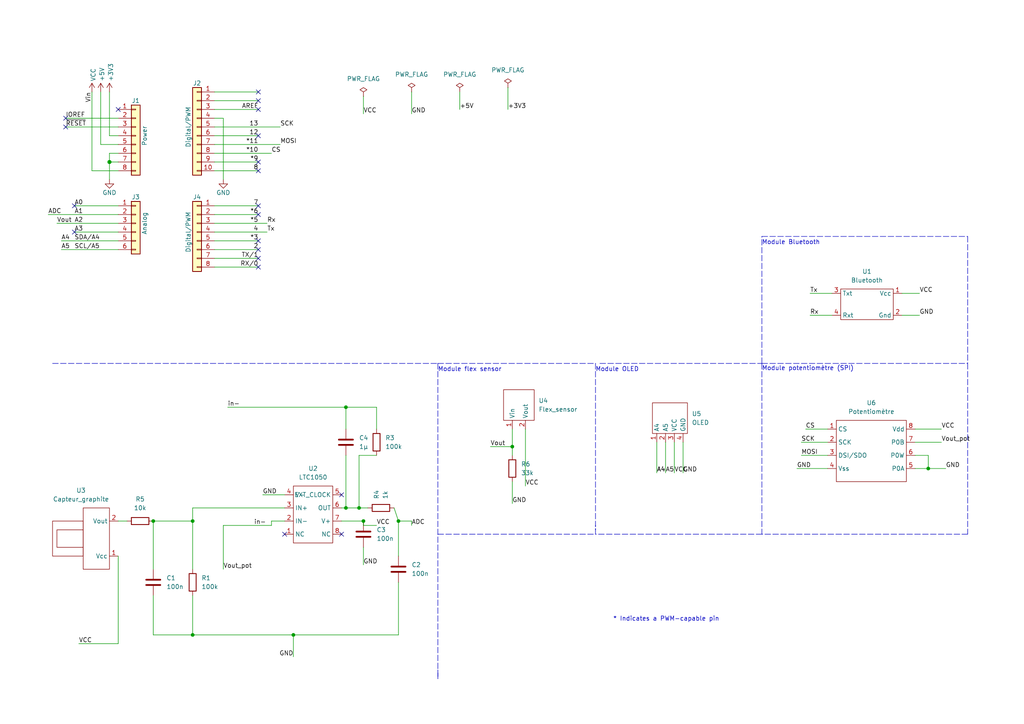
<source format=kicad_sch>
(kicad_sch (version 20211123) (generator eeschema)
  (paper "A4")
  (title_block (title "Projet capteur de test") (date "mar. 31 mars 2015"))
  (lib_symbols
    (symbol "Connector_Generic:Conn_01x06" (pin_names (offset 1.016) hide)
      (property "Reference" "J" (at 0 7.62 0))
      (property "Value" "Conn_01x06" (at 0 -10.16 0))
      (symbol "Conn_01x06_1_1"
        (rectangle (start -1.27 -7.493) (end 0 -7.747) (stroke (width 0.1524)))
        (rectangle (start -1.27 -4.953) (end 0 -5.207) (stroke (width 0.1524)))
        (rectangle (start -1.27 -2.413) (end 0 -2.667) (stroke (width 0.1524)))
        (rectangle (start -1.27 0.127) (end 0 -0.127) (stroke (width 0.1524)))
        (rectangle (start -1.27 2.667) (end 0 2.413) (stroke (width 0.1524)))
        (rectangle (start -1.27 5.207) (end 0 4.953) (stroke (width 0.1524)))
        (rectangle (start -1.27 6.35) (end 1.27 -8.89) (stroke (width 0.254)) (fill (type background)))
        (pin passive line (at -5.08 5.08 0) (length 3.81) (name "Pin_1") (number "1"))
        (pin passive line (at -5.08 2.54 0) (length 3.81) (name "Pin_2") (number "2"))
        (pin passive line (at -5.08 0 0) (length 3.81) (name "Pin_3") (number "3"))
        (pin passive line (at -5.08 -2.54 0) (length 3.81) (name "Pin_4") (number "4"))
        (pin passive line (at -5.08 -5.08 0) (length 3.81) (name "Pin_5") (number "5"))
        (pin passive line (at -5.08 -7.62 0) (length 3.81) (name "Pin_6") (number "6"))
      )
    )
    (symbol "Connector_Generic:Conn_01x08" (pin_names (offset 1.016) hide)
      (property "Reference" "J" (at 0 10.16 0))
      (property "Value" "Conn_01x08" (at 0 -12.7 0))
      (symbol "Conn_01x08_1_1"
        (rectangle (start -1.27 -10.033) (end 0 -10.287) (stroke (width 0.1524)))
        (rectangle (start -1.27 -7.493) (end 0 -7.747) (stroke (width 0.1524)))
        (rectangle (start -1.27 -4.953) (end 0 -5.207) (stroke (width 0.1524)))
        (rectangle (start -1.27 -2.413) (end 0 -2.667) (stroke (width 0.1524)))
        (rectangle (start -1.27 0.127) (end 0 -0.127) (stroke (width 0.1524)))
        (rectangle (start -1.27 2.667) (end 0 2.413) (stroke (width 0.1524)))
        (rectangle (start -1.27 5.207) (end 0 4.953) (stroke (width 0.1524)))
        (rectangle (start -1.27 7.747) (end 0 7.493) (stroke (width 0.1524)))
        (rectangle (start -1.27 8.89) (end 1.27 -11.43) (stroke (width 0.254)) (fill (type background)))
        (pin passive line (at -5.08 7.62 0) (length 3.81) (name "Pin_1") (number "1"))
        (pin passive line (at -5.08 5.08 0) (length 3.81) (name "Pin_2") (number "2"))
        (pin passive line (at -5.08 2.54 0) (length 3.81) (name "Pin_3") (number "3"))
        (pin passive line (at -5.08 0 0) (length 3.81) (name "Pin_4") (number "4"))
        (pin passive line (at -5.08 -2.54 0) (length 3.81) (name "Pin_5") (number "5"))
        (pin passive line (at -5.08 -5.08 0) (length 3.81) (name "Pin_6") (number "6"))
        (pin passive line (at -5.08 -7.62 0) (length 3.81) (name "Pin_7") (number "7"))
        (pin passive line (at -5.08 -10.16 0) (length 3.81) (name "Pin_8") (number "8"))
      )
    )
    (symbol "Connector_Generic:Conn_01x10" (pin_names (offset 1.016) hide)
      (property "Reference" "J" (at 0 12.7 0))
      (property "Value" "Conn_01x10" (at 0 -15.24 0))
      (symbol "Conn_01x10_1_1"
        (rectangle (start -1.27 -12.573) (end 0 -12.827) (stroke (width 0.1524)))
        (rectangle (start -1.27 -10.033) (end 0 -10.287) (stroke (width 0.1524)))
        (rectangle (start -1.27 -7.493) (end 0 -7.747) (stroke (width 0.1524)))
        (rectangle (start -1.27 -4.953) (end 0 -5.207) (stroke (width 0.1524)))
        (rectangle (start -1.27 -2.413) (end 0 -2.667) (stroke (width 0.1524)))
        (rectangle (start -1.27 0.127) (end 0 -0.127) (stroke (width 0.1524)))
        (rectangle (start -1.27 2.667) (end 0 2.413) (stroke (width 0.1524)))
        (rectangle (start -1.27 5.207) (end 0 4.953) (stroke (width 0.1524)))
        (rectangle (start -1.27 7.747) (end 0 7.493) (stroke (width 0.1524)))
        (rectangle (start -1.27 10.287) (end 0 10.033) (stroke (width 0.1524)))
        (rectangle (start -1.27 11.43) (end 1.27 -13.97) (stroke (width 0.254)) (fill (type background)))
        (pin passive line (at -5.08 10.16 0) (length 3.81) (name "Pin_1") (number "1"))
        (pin passive line (at -5.08 -12.7 0) (length 3.81) (name "Pin_10") (number "10"))
        (pin passive line (at -5.08 7.62 0) (length 3.81) (name "Pin_2") (number "2"))
        (pin passive line (at -5.08 5.08 0) (length 3.81) (name "Pin_3") (number "3"))
        (pin passive line (at -5.08 2.54 0) (length 3.81) (name "Pin_4") (number "4"))
        (pin passive line (at -5.08 0 0) (length 3.81) (name "Pin_5") (number "5"))
        (pin passive line (at -5.08 -2.54 0) (length 3.81) (name "Pin_6") (number "6"))
        (pin passive line (at -5.08 -5.08 0) (length 3.81) (name "Pin_7") (number "7"))
        (pin passive line (at -5.08 -7.62 0) (length 3.81) (name "Pin_8") (number "8"))
        (pin passive line (at -5.08 -10.16 0) (length 3.81) (name "Pin_9") (number "9"))
      )
    )
    (symbol "Device:C" (pin_numbers hide) (pin_names (offset 0.254))
      (property "Reference" "C" (at 0.635 2.54 0))
      (property "Value" "C" (at 0.635 -2.54 0))
      (symbol "C_0_1"
        (polyline (pts (xy -2.032 -0.762) (xy 2.032 -0.762)) (stroke (width 0.508)))
        (polyline (pts (xy -2.032 0.762) (xy 2.032 0.762)) (stroke (width 0.508)))
      )
      (symbol "C_1_1"
        (pin passive line (at 0 3.81 270) (length 2.794) (name "~") (number "1"))
        (pin passive line (at 0 -3.81 90) (length 2.794) (name "~") (number "2"))
      )
    )
    (symbol "Device:R" (pin_numbers hide) (pin_names (offset 0))
      (property "Reference" "R" (at 2.032 0 90))
      (property "Value" "R" (at 0 0 90))
      (symbol "R_0_1"
        (rectangle (start -1.016 -2.54) (end 1.016 2.54) (stroke (width 0.254)))
      )
      (symbol "R_1_1"
        (pin passive line (at 0 3.81 270) (length 1.27) (name "~") (number "1"))
        (pin passive line (at 0 -3.81 90) (length 1.27) (name "~") (number "2"))
      )
    )
    (symbol "Librairie_schéma_2:Bluetooth"
      (property "Reference" "U" (at 0 0 0))
      (property "Value" "Bluetooth" (at 0 2.54 0))
      (symbol "Bluetooth_0_1"
        (rectangle (start -7.62 5.08) (end 7.62 -3.81))
      )
      (symbol "Bluetooth_1_1"
        (pin bidirectional line (at 10.16 3.81 180) (length 2.54) (name "Vcc") (number "1"))
        (pin bidirectional line (at 10.16 -2.54 180) (length 2.54) (name "Gnd") (number "2"))
        (pin bidirectional line (at -10.16 3.81 0) (length 2.54) (name "Txt") (number "3"))
        (pin bidirectional line (at -10.16 -2.54 0) (length 2.54) (name "Rxt") (number "4"))
      )
    )
    (symbol "Librairie_schéma_2:Capteur_graphite"
      (property "Reference" "U" (at 0 2.54 0))
      (property "Value" "Capteur_graphite" (at 0 5.08 0))
      (symbol "Capteur_graphite_0_1"
        (rectangle (start -8.89 6.35) (end 8.89 -1.27))
        (rectangle (start -5.08 15.24) (end 5.08 6.35))
        (polyline (pts (xy -2.54 6.35) (xy -2.54 13.97) (xy 2.54 13.97) (xy 2.54 6.35)))
      )
      (symbol "Capteur_graphite_1_1"
        (pin bidirectional line (at -5.08 -3.81 90) (length 2.54) (name "Vcc") (number "1"))
        (pin bidirectional line (at 5.08 -3.81 90) (length 2.54) (name "Vout") (number "2"))
      )
    )
    (symbol "Librairie_schéma_2:Flex_sensor"
      (property "Reference" "U" (at 0 0 0))
      (property "Value" "Flex_sensor" (at 0 3.81 0))
      (symbol "Flex_sensor_0_1"
        (rectangle (start -3.81 2.54) (end 5.08 -6.35))
      )
      (symbol "Flex_sensor_1_1"
        (pin bidirectional line (at -1.27 -8.89 90) (length 2.54) (name "Vin") (number "1"))
        (pin bidirectional line (at 2.54 -8.89 90) (length 2.54) (name "Vout") (number "2"))
      )
    )
    (symbol "Librairie_schéma_2:LTC1050"
      (property "Reference" "U" (at 0 -3.81 0))
      (property "Value" "LTC1050" (at 0 -1.27 0))
      (symbol "LTC1050_0_1"
        (rectangle (start -7.62 5.08) (end 8.89 -6.35))
      )
      (symbol "LTC1050_1_1"
        (pin bidirectional line (at -5.08 7.62 270) (length 2.54) (name "NC") (number "1"))
        (pin bidirectional line (at -1.27 7.62 270) (length 2.54) (name "IN-") (number "2"))
        (pin bidirectional line (at 2.54 7.62 270) (length 2.54) (name "IN+") (number "3"))
        (pin bidirectional line (at 6.35 7.62 270) (length 2.54) (name "V-") (number "4"))
        (pin bidirectional line (at 6.35 -8.89 90) (length 2.54) (name "EXT_CLOCK") (number "5"))
        (pin bidirectional line (at 2.54 -8.89 90) (length 2.54) (name "OUT") (number "6"))
        (pin bidirectional line (at -1.27 -8.89 90) (length 2.54) (name "V+") (number "7"))
        (pin bidirectional line (at -5.08 -8.89 90) (length 2.54) (name "NC") (number "8"))
      )
    )
    (symbol "Librairie_schéma_2:OLED"
      (property "Reference" "U" (at 0 0 0))
      (property "Value" "OLED" (at 0 2.54 0))
      (symbol "OLED_0_1"
        (rectangle (start -5.08 5.08) (end 5.08 -3.81))
      )
      (symbol "OLED_1_1"
        (pin bidirectional line (at -3.81 -6.35 90) (length 2.54) (name "A4") (number "1"))
        (pin bidirectional line (at -1.27 -6.35 90) (length 2.54) (name "A5") (number "2"))
        (pin bidirectional line (at 1.27 -6.35 90) (length 2.54) (name "VCC") (number "3"))
        (pin bidirectional line (at 3.81 -6.35 90) (length 2.54) (name "GND") (number "4"))
      )
    )
    (symbol "Potentiomètre_1"
      (property "Reference" "U" (at 0 0 0))
      (property "Value" "Potentiomètre_1" (at 0 7.62 0))
      (symbol "Potentiomètre_1_0_1"
        (rectangle (start -6.35 6.35) (end 13.97 -11.43))
      )
      (symbol "Potentiomètre_1_1_1"
        (pin bidirectional line (at -8.89 3.81 0) (length 2.54) (name "CS") (number "1"))
        (pin bidirectional line (at -8.89 0 0) (length 2.54) (name "SCK") (number "2"))
        (pin bidirectional line (at -8.89 -3.81 0) (length 2.54) (name "DSI/SDO") (number "3"))
        (pin bidirectional line (at -8.89 -7.62 0) (length 2.54) (name "Vss") (number "4"))
        (pin bidirectional line (at 16.51 -7.62 180) (length 2.54) (name "P0A") (number "5"))
        (pin bidirectional line (at 16.51 -3.81 180) (length 2.54) (name "P0W") (number "6"))
        (pin bidirectional line (at 16.51 0 180) (length 2.54) (name "P0B") (number "7"))
        (pin bidirectional line (at 16.51 3.81 180) (length 2.54) (name "Vdd") (number "8"))
      )
    )
    (symbol "power:+3V3" (power) (pin_names (offset 0))
      (property "Value" "+3V3" (at 0 3.556 0))
      (symbol "+3V3_0_1"
        (polyline (pts (xy -0.762 1.27) (xy 0 2.54)))
        (polyline (pts (xy 0 0) (xy 0 2.54)))
        (polyline (pts (xy 0 2.54) (xy 0.762 1.27)))
      )
      (symbol "+3V3_1_1"
        (pin power_in line (at 0 0 90) (length 0) hide (name "+3V3") (number "1"))
      )
    )
    (symbol "power:+5V" (power) (pin_names (offset 0))
      (property "Value" "+5V" (at 0 3.556 0))
      (symbol "+5V_0_1"
        (polyline (pts (xy -0.762 1.27) (xy 0 2.54)))
        (polyline (pts (xy 0 0) (xy 0 2.54)))
        (polyline (pts (xy 0 2.54) (xy 0.762 1.27)))
      )
      (symbol "+5V_1_1"
        (pin power_in line (at 0 0 90) (length 0) hide (name "+5V") (number "1"))
      )
    )
    (symbol "power:GND" (power) (pin_names (offset 0))
      (property "Value" "GND" (at 0 -3.81 0))
      (symbol "GND_0_1"
        (polyline (pts (xy 0 0) (xy 0 -1.27) (xy 1.27 -1.27) (xy 0 -2.54) (xy -1.27 -1.27) (xy 0 -1.27)))
      )
      (symbol "GND_1_1"
        (pin power_in line (at 0 0 270) (length 0) hide (name "GND") (number "1"))
      )
    )
    (symbol "power:PWR_FLAG" (power) (pin_numbers hide) (pin_names (offset 0) hide)
      (property "Value" "PWR_FLAG" (at 0 3.81 0))
      (symbol "PWR_FLAG_0_0"
        (pin power_out line (at 0 0 90) (length 0) (name "pwr") (number "1"))
      )
      (symbol "PWR_FLAG_0_1"
        (polyline (pts (xy 0 0) (xy 0 1.27) (xy -1.016 1.905) (xy 0 2.54) (xy 1.016 1.905) (xy 0 1.27)))
      )
    )
    (symbol "power:VCC" (power) (pin_names (offset 0))
      (property "Value" "VCC" (at 0 3.81 0))
      (symbol "VCC_0_1"
        (polyline (pts (xy -0.762 1.27) (xy 0 2.54)))
        (polyline (pts (xy 0 0) (xy 0 2.54)))
        (polyline (pts (xy 0 2.54) (xy 0.762 1.27)))
      )
      (symbol "VCC_1_1"
        (pin power_in line (at 0 0 90) (length 0) hide (name "VCC") (number "1"))
      )
    )
  )
  (junction (at 100.33 147.32))
  (junction (at 115.57 151.13))
  (junction (at 269.24 135.89))
  (junction (at 55.88 184.15))
  (junction (at 31.75 46.99) (diameter 1.016))
  (junction (at 100.33 118.11))
  (junction (at 105.41 151.13))
  (junction (at 55.88 151.13))
  (junction (at 85.09 184.15))
  (junction (at 44.45 151.13))
  (junction (at 148.59 129.54))
  (junction (at 104.14 147.32))
  (no_connect (at 21.59 67.31))
  (no_connect (at 74.93 31.75))
  (no_connect (at 19.05 34.29))
  (no_connect (at 21.59 59.69))
  (no_connect (at 74.93 46.99))
  (no_connect (at 74.93 26.67))
  (no_connect (at 74.93 62.23))
  (no_connect (at 74.93 29.21))
  (no_connect (at 74.93 77.47))
  (no_connect (at 82.55 154.94))
  (no_connect (at 99.06 143.51))
  (no_connect (at 99.06 154.94))
  (no_connect (at 34.29 31.75))
  (no_connect (at 74.93 39.37))
  (no_connect (at 74.93 69.85))
  (no_connect (at 74.93 59.69))
  (no_connect (at 19.05 36.83))
  (no_connect (at 74.93 49.53))
  (no_connect (at 74.93 72.39))
  (no_connect (at 74.93 74.93))
  (wire (pts (xy 62.23 77.47) (xy 74.93 77.47)))
  (wire (pts (xy 62.23 44.45) (xy 78.74 44.45)))
  (wire (pts (xy 55.88 172.72) (xy 55.88 184.15)))
  (wire (pts (xy 99.06 147.32) (xy 100.33 147.32)))
  (wire (pts (xy 64.77 152.4) (xy 78.74 152.4)))
  (polyline (pts (xy 127 105.41) (xy 172.72 105.41)))
  (wire (pts (xy 55.88 165.1) (xy 55.88 151.13)))
  (wire (pts (xy 115.57 151.13) (xy 119.38 151.13)))
  (wire (pts (xy 62.23 26.67) (xy 74.93 26.67)))
  (wire (pts (xy 76.2 143.51) (xy 82.55 143.51)))
  (wire (pts (xy 148.59 124.46) (xy 148.59 129.54)))
  (wire (pts (xy 55.88 184.15) (xy 85.09 184.15)))
  (wire (pts (xy 193.04 128.27) (xy 193.04 137.16)))
  (wire (pts (xy 31.75 44.45) (xy 31.75 46.99)))
  (polyline (pts (xy 220.98 68.58) (xy 280.67 68.58)))
  (wire (pts (xy 133.35 26.67) (xy 133.35 31.75)))
  (wire (pts (xy 152.4 124.46) (xy 152.4 140.97)))
  (wire (pts (xy 62.23 67.31) (xy 77.47 67.31)))
  (wire (pts (xy 44.45 151.13) (xy 44.45 165.1)))
  (wire (pts (xy 265.43 124.46) (xy 273.05 124.46)))
  (wire (pts (xy 31.75 46.99) (xy 31.75 52.07)))
  (wire (pts (xy 261.62 85.09) (xy 266.7 85.09)))
  (wire (pts (xy 261.62 91.44) (xy 266.7 91.44)))
  (wire (pts (xy 109.22 124.46) (xy 109.22 118.11)))
  (wire (pts (xy 31.75 39.37) (xy 34.29 39.37)))
  (wire (pts (xy 29.21 41.91) (xy 34.29 41.91)))
  (polyline (pts (xy 172.72 154.94) (xy 172.72 152.4)))
  (wire (pts (xy 100.33 118.11) (xy 100.33 124.46)))
  (wire (pts (xy 29.21 26.67) (xy 29.21 41.91)))
  (wire (pts (xy 109.22 152.4) (xy 105.41 152.4)))
  (wire (pts (xy 119.38 151.13) (xy 119.38 152.4)))
  (wire (pts (xy 234.95 91.44) (xy 241.3 91.44)))
  (wire (pts (xy 22.86 186.69) (xy 34.29 186.69)))
  (wire (pts (xy 100.33 147.32) (xy 104.14 147.32)))
  (wire (pts (xy 62.23 36.83) (xy 81.28 36.83)))
  (wire (pts (xy 31.75 26.67) (xy 31.75 39.37)))
  (wire (pts (xy 62.23 59.69) (xy 74.93 59.69)))
  (wire (pts (xy 34.29 59.69) (xy 21.59 59.69)))
  (wire (pts (xy 34.29 161.29) (xy 34.29 186.69)))
  (wire (pts (xy 62.23 39.37) (xy 74.93 39.37)))
  (wire (pts (xy 62.23 62.23) (xy 74.93 62.23)))
  (wire (pts (xy 147.32 25.4) (xy 147.32 31.75)))
  (wire (pts (xy 44.45 184.15) (xy 55.88 184.15)))
  (wire (pts (xy 104.14 147.32) (xy 106.68 147.32)))
  (polyline (pts (xy 220.98 105.41) (xy 220.98 68.58)))
  (polyline (pts (xy 127 105.41) (xy 127 196.85)))
  (wire (pts (xy 66.04 118.11) (xy 100.33 118.11)))
  (wire (pts (xy 105.41 152.4) (xy 105.41 151.13)))
  (wire (pts (xy 190.5 128.27) (xy 190.5 137.16)))
  (wire (pts (xy 78.74 151.13) (xy 82.55 151.13)))
  (wire (pts (xy 114.3 147.32) (xy 115.57 151.13)))
  (wire (pts (xy 85.09 184.15) (xy 85.09 190.5)))
  (wire (pts (xy 64.77 152.4) (xy 64.77 165.1)))
  (polyline (pts (xy 280.67 105.41) (xy 280.67 154.94)))
  (wire (pts (xy 55.88 147.32) (xy 55.88 151.13)))
  (wire (pts (xy 265.43 128.27) (xy 273.05 128.27)))
  (wire (pts (xy 265.43 132.08) (xy 269.24 132.08)))
  (wire (pts (xy 265.43 135.89) (xy 269.24 135.89)))
  (wire (pts (xy 19.05 34.29) (xy 34.29 34.29)))
  (polyline (pts (xy 280.67 154.94) (xy 220.98 154.94)))
  (wire (pts (xy 62.23 41.91) (xy 81.28 41.91)))
  (polyline (pts (xy 280.67 68.58) (xy 280.67 105.41)))
  (wire (pts (xy 64.77 34.29) (xy 64.77 52.07)))
  (wire (pts (xy 119.38 26.67) (xy 119.38 33.02)))
  (polyline (pts (xy 220.98 105.41) (xy 280.67 105.41)))
  (wire (pts (xy 62.23 31.75) (xy 74.93 31.75)))
  (wire (pts (xy 100.33 118.11) (xy 109.22 118.11)))
  (polyline (pts (xy 15.24 105.41) (xy 127 105.41)))
  (wire (pts (xy 16.51 64.77) (xy 34.29 64.77)))
  (wire (pts (xy 19.05 36.83) (xy 34.29 36.83)))
  (wire (pts (xy 232.41 132.08) (xy 240.03 132.08)))
  (wire (pts (xy 34.29 46.99) (xy 31.75 46.99)))
  (wire (pts (xy 44.45 172.72) (xy 44.45 184.15)))
  (wire (pts (xy 148.59 129.54) (xy 148.59 132.08)))
  (wire (pts (xy 148.59 139.7) (xy 148.59 146.05)))
  (wire (pts (xy 231.14 135.89) (xy 240.03 135.89)))
  (wire (pts (xy 269.24 132.08) (xy 269.24 135.89)))
  (polyline (pts (xy 220.98 105.41) (xy 220.98 154.94)))
  (wire (pts (xy 232.41 128.27) (xy 240.03 128.27)))
  (wire (pts (xy 109.22 132.08) (xy 104.14 132.08)))
  (wire (pts (xy 34.29 49.53) (xy 26.67 49.53)))
  (wire (pts (xy 198.12 128.27) (xy 198.12 137.16)))
  (polyline (pts (xy 220.98 154.94) (xy 172.72 154.94)))
  (wire (pts (xy 269.24 135.89) (xy 274.32 135.89)))
  (wire (pts (xy 100.33 132.08) (xy 100.33 147.32)))
  (wire (pts (xy 62.23 64.77) (xy 77.47 64.77)))
  (wire (pts (xy 62.23 34.29) (xy 64.77 34.29)))
  (wire (pts (xy 142.24 129.54) (xy 148.59 129.54)))
  (wire (pts (xy 34.29 44.45) (xy 31.75 44.45)))
  (wire (pts (xy 78.74 151.13) (xy 78.74 152.4)))
  (wire (pts (xy 234.95 85.09) (xy 241.3 85.09)))
  (polyline (pts (xy 127 196.85) (xy 127 194.31)))
  (wire (pts (xy 195.58 128.27) (xy 195.58 137.16)))
  (wire (pts (xy 34.29 151.13) (xy 36.83 151.13)))
  (wire (pts (xy 17.78 72.39) (xy 34.29 72.39)))
  (wire (pts (xy 21.59 67.31) (xy 34.29 67.31)))
  (wire (pts (xy 44.45 151.13) (xy 55.88 151.13)))
  (wire (pts (xy 105.41 158.75) (xy 105.41 163.83)))
  (wire (pts (xy 62.23 46.99) (xy 74.93 46.99)))
  (wire (pts (xy 115.57 151.13) (xy 115.57 161.29)))
  (wire (pts (xy 105.41 27.94) (xy 105.41 33.02)))
  (wire (pts (xy 13.97 62.23) (xy 34.29 62.23)))
  (polyline (pts (xy 173.99 105.41) (xy 220.98 105.41)))
  (wire (pts (xy 62.23 29.21) (xy 74.93 29.21)))
  (wire (pts (xy 62.23 72.39) (xy 74.93 72.39)))
  (polyline (pts (xy 127 154.94) (xy 172.72 154.94)))
  (wire (pts (xy 85.09 184.15) (xy 115.57 184.15)))
  (wire (pts (xy 62.23 69.85) (xy 74.93 69.85)))
  (wire (pts (xy 104.14 132.08) (xy 104.14 147.32)))
  (wire (pts (xy 99.06 151.13) (xy 105.41 151.13)))
  (wire (pts (xy 115.57 168.91) (xy 115.57 184.15)))
  (wire (pts (xy 82.55 147.32) (xy 55.88 147.32)))
  (wire (pts (xy 62.23 74.93) (xy 74.93 74.93)))
  (wire (pts (xy 233.68 124.46) (xy 240.03 124.46)))
  (wire (pts (xy 26.67 49.53) (xy 26.67 26.67)))
  (polyline (pts (xy 172.72 105.41) (xy 172.72 153.67)))
  (wire (pts (xy 17.78 69.85) (xy 34.29 69.85)))
  (wire (pts (xy 62.23 49.53) (xy 74.93 49.53)))
  (text "Module OLED" (at 172.72 107.95 0) (effects (font (size 1.27 1.27)) (justify left bottom)))
  (text "Module flex sensor" (at 127 107.95 0) (effects (font (size 1.27 1.27)) (justify left bottom)))
  (text "Module potentiomètre (SPI)\n\n\n" (at 220.98 111.76 0) (effects (font (size 1.27 1.27)) (justify left bottom)))
  (text "Module Bluetooth\n" (at 220.98 71.12 0) (effects (font (size 1.27 1.27)) (justify left bottom)))
  (text "* Indicates a PWM-capable pin" (at 177.8 180.34 0) (effects (font (size 1.27 1.27)) (justify left bottom)))
  (label "RX{slash}0" (at 74.93 77.47 180))
  (label "+3V3" (at 147.32 31.75 0))
  (label "A2" (at 21.59 64.77 0))
  (label "VCC" (at 22.86 186.69 0))
  (label "A5" (at 17.78 72.39 0))
  (label "4" (at 74.93 67.31 180))
  (label "VCC" (at 273.05 124.46 0))
  (label "GND" (at 266.7 91.44 0))
  (label "VCC" (at 109.22 152.4 0))
  (label "A4" (at 190.5 137.16 0))
  (label "in-" (at 73.66 152.4 0))
  (label "2" (at 74.93 72.39 180))
  (label "Vout_pot" (at 273.05 128.27 0))
  (label "A3" (at 21.59 67.31 0))
  (label "13" (at 74.93 36.83 180))
  (label "GND" (at 105.41 163.83 0))
  (label "A5" (at 193.04 137.16 0))
  (label "12" (at 74.93 39.37 180))
  (label "~{RESET}" (at 19.05 36.83 0))
  (label "*10" (at 74.93 44.45 180))
  (label "VCC" (at 195.58 137.16 0))
  (label "GND" (at 119.38 33.02 0))
  (label "Tx" (at 234.95 85.09 0))
  (label "SCK" (at 81.28 36.83 0))
  (label "Rx" (at 77.47 64.77 0))
  (label "Vout" (at 16.51 64.77 0))
  (label "VCC" (at 266.7 85.09 0))
  (label "GND" (at 274.32 135.89 0))
  (label "GND" (at 148.59 146.05 0))
  (label "Tx" (at 77.47 67.31 0))
  (label "CS" (at 233.68 124.46 0))
  (label "Rx" (at 234.95 91.44 0))
  (label "7" (at 74.93 59.69 180))
  (label "8" (at 74.93 49.53 180))
  (label "GND" (at 198.12 137.16 0))
  (label "*11" (at 74.93 41.91 180))
  (label "*3" (at 74.93 69.85 180))
  (label "A4" (at 17.78 69.85 0))
  (label "Vout" (at 142.24 129.54 0))
  (label "A4" (at 190.5 137.16 0))
  (label "A1" (at 21.59 62.23 0))
  (label "TX{slash}1" (at 74.93 74.93 180))
  (label "MOSI" (at 232.41 132.08 0))
  (label "VCC" (at 152.4 140.97 0))
  (label "A0" (at 21.59 59.69 0))
  (label "AREF" (at 74.93 31.75 180))
  (label "GND" (at 85.09 190.5 180))
  (label "ADC" (at 119.38 152.4 0))
  (label "Vin" (at 26.67 26.67 270))
  (label "*6" (at 74.93 62.23 180))
  (label "*9" (at 74.93 46.99 180))
  (label "in-" (at 66.04 118.11 0))
  (label "*5" (at 74.93 64.77 180))
  (label "+5V" (at 133.35 31.75 0))
  (label "ADC" (at 13.97 62.23 0))
  (label "IOREF" (at 19.05 34.29 0))
  (label "SDA{slash}A4" (at 21.59 69.85 0))
  (label "SCL{slash}A5" (at 21.59 72.39 0))
  (label "Vout_pot" (at 64.77 165.1 0))
  (label "VCC" (at 105.41 33.02 0))
  (label "SCK" (at 232.41 128.27 0))
  (label "GND" (at 231.14 135.89 0))
  (label "GND" (at 76.2 143.51 0))
  (label "CS" (at 78.74 44.45 0))
  (label "MOSI" (at 81.28 41.91 0))
  (symbol (lib_id "Connector_Generic:Conn_01x08") (at 39.37 39.37 0) (unit 1)
    (property "Reference" "J1" (at 39.37 29.21 0))
    (property "Value" "Power" (at 41.91 39.37 90))
    (property "Footprint" "Connector_PinSocket_2.54mm:PinSocket_1x08_P2.54mm_Vertical" (effects hide))
  )
  (symbol (lib_id "power:+3V3") (at 31.75 26.67 0) (unit 1)
    (property "Reference" "#PWR03" (effects hide))
    (property "Value" "+3.3V" (at 32.131 23.622 90) (effects (justify left)))
  )
  (symbol (lib_id "power:+5V") (at 29.21 26.67 0) (unit 1)
    (property "Reference" "#PWR02" (effects hide))
    (property "Value" "+5V" (at 29.5656 23.622 90) (effects (justify left)))
  )
  (symbol (lib_id "power:GND") (at 31.75 52.07 0) (unit 1)
    (property "Reference" "#PWR04" (effects hide))
    (property "Value" "GND" (at 31.75 55.88 0))
  )
  (symbol (lib_id "Connector_Generic:Conn_01x10") (at 57.15 36.83 0) (mirror y) (unit 1)
    (property "Reference" "J2" (at 57.15 24.13 0))
    (property "Value" "Digital/PWM" (at 54.61 36.83 90))
    (property "Footprint" "Connector_PinSocket_2.54mm:PinSocket_1x10_P2.54mm_Vertical" (effects hide))
  )
  (symbol (lib_id "power:GND") (at 64.77 52.07 0) (unit 1)
    (property "Reference" "#PWR05" (effects hide))
    (property "Value" "GND" (at 64.77 55.88 0))
  )
  (symbol (lib_id "Connector_Generic:Conn_01x06") (at 39.37 64.77 0) (unit 1)
    (property "Reference" "J3" (at 39.37 57.15 0))
    (property "Value" "Analog" (at 41.91 64.77 90))
    (property "Footprint" "Connector_PinSocket_2.54mm:PinSocket_1x06_P2.54mm_Vertical" (effects hide))
  )
  (symbol (lib_id "Connector_Generic:Conn_01x08") (at 57.15 67.31 0) (mirror y) (unit 1)
    (property "Reference" "J4" (at 57.15 57.15 0))
    (property "Value" "Digital/PWM" (at 54.61 67.31 90))
    (property "Footprint" "Connector_PinSocket_2.54mm:PinSocket_1x08_P2.54mm_Vertical" (effects hide))
  )
  (symbol (lib_id "power:PWR_FLAG") (at 147.32 25.4 0) (unit 1)
    (property "Reference" "#FLG0102" (effects hide))
    (property "Value" "PWR_FLAG" (at 147.32 20.32 0))
  )
  (symbol (lib_id "Librairie_schéma_2:Flex_sensor") (at 149.86 115.57 0) (unit 1)
    (property "Reference" "U4" (at 156.21 116.2049 0) (effects (justify left)))
    (property "Value" "Flex_sensor" (at 156.21 118.7449 0) (effects (justify left)))
    (property "Footprint" "Librairie_empreinte_2:Flex sensor" (effects hide))
  )
  (symbol (lib_name "Potentiomètre_1") (lib_id "Librairie_schéma_2:Potentiomètre") (at 248.92 128.27 0) (unit 1)
    (property "Reference" "U6" (at 252.73 116.84 0))
    (property "Value" "Potentiomètre" (at 252.73 119.38 0))
    (property "Footprint" "Librairie_empreinte_2:Pot" (effects hide))
  )
  (symbol (lib_id "Device:R") (at 40.64 151.13 90) (unit 1)
    (property "Reference" "R5" (at 40.64 144.78 90))
    (property "Value" "10k" (at 40.64 147.32 90))
    (property "Footprint" "Resistor_THT:R_Axial_DIN0207_L6.3mm_D2.5mm_P10.16mm_Horizontal" (effects hide))
  )
  (symbol (lib_id "Device:R") (at 148.59 135.89 0) (unit 1)
    (property "Reference" "R6" (at 151.13 134.6199 0) (effects (justify left)))
    (property "Value" "33k" (at 151.13 137.1599 0) (effects (justify left)))
    (property "Footprint" "Resistor_THT:R_Axial_DIN0207_L6.3mm_D2.5mm_P10.16mm_Horizontal" (effects hide))
  )
  (symbol (lib_id "Librairie_schéma_2:OLED") (at 194.31 121.92 0) (unit 1)
    (property "Reference" "U5" (at 200.66 120.0149 0) (effects (justify left)))
    (property "Value" "OLED" (at 200.66 122.5549 0) (effects (justify left)))
    (property "Footprint" "Librairie_empreinte_2:OLED" (effects hide))
  )
  (symbol (lib_id "Librairie_schéma_2:LTC1050") (at 90.17 149.86 90) (unit 1)
    (property "Reference" "U2" (at 90.805 135.89 90))
    (property "Value" "LTC1050" (at 90.805 138.43 90))
    (property "Footprint" "Librairie_empreinte_2:LTC" (effects hide))
  )
  (symbol (lib_id "Device:C") (at 100.33 128.27 0) (unit 1)
    (property "Reference" "C4" (at 104.14 126.9999 0) (effects (justify left)))
    (property "Value" "1µ" (at 104.14 129.5399 0) (effects (justify left)))
    (property "Footprint" "Capacitor_THT:C_Axial_L3.8mm_D2.6mm_P7.50mm_Horizontal" (effects hide))
  )
  (symbol (lib_id "Device:C") (at 44.45 168.91 0) (unit 1)
    (property "Reference" "C1" (at 48.26 167.6399 0) (effects (justify left)))
    (property "Value" "100n" (at 48.26 170.1799 0) (effects (justify left)))
    (property "Footprint" "Capacitor_THT:C_Axial_L3.8mm_D2.6mm_P7.50mm_Horizontal" (effects hide))
  )
  (symbol (lib_id "power:VCC") (at 26.67 26.67 0) (unit 1)
    (property "Reference" "#PWR01" (effects hide))
    (property "Value" "VCC" (at 27.051 23.622 90) (effects (justify left)))
  )
  (symbol (lib_id "Device:R") (at 110.49 147.32 90) (unit 1)
    (property "Reference" "R4" (at 109.2199 144.78 0) (effects (justify left)))
    (property "Value" "1k" (at 111.7599 144.78 0) (effects (justify left)))
    (property "Footprint" "Resistor_THT:R_Axial_DIN0207_L6.3mm_D2.5mm_P10.16mm_Horizontal" (effects hide))
  )
  (symbol (lib_id "Device:R") (at 109.22 128.27 0) (unit 1)
    (property "Reference" "R3" (at 111.76 126.9999 0) (effects (justify left)))
    (property "Value" "100k" (at 111.76 129.5399 0) (effects (justify left)))
    (property "Footprint" "Resistor_THT:R_Axial_DIN0207_L6.3mm_D2.5mm_P10.16mm_Horizontal" (effects hide))
  )
  (symbol (lib_id "Librairie_schéma_2:Capteur_graphite") (at 30.48 156.21 90) (unit 1)
    (property "Reference" "U3" (at 23.495 142.24 90))
    (property "Value" "Capteur_graphite" (at 23.495 144.78 90))
    (property "Footprint" "Librairie_empreinte_2:Capteur_graphite" (effects hide))
  )
  (symbol (lib_id "Librairie_schéma_2:Bluetooth") (at 251.46 88.9 0) (unit 1)
    (property "Reference" "U1" (at 251.46 78.74 0))
    (property "Value" "Bluetooth" (at 251.46 81.28 0))
    (property "Footprint" "Librairie_empreinte_2:Bluetooth" (effects hide))
  )
  (symbol (lib_id "Device:C") (at 105.41 154.94 0) (unit 1)
    (property "Reference" "C3" (at 109.22 153.6699 0) (effects (justify left)))
    (property "Value" "100n" (at 109.22 156.2099 0) (effects (justify left)))
    (property "Footprint" "Capacitor_THT:C_Axial_L3.8mm_D2.6mm_P7.50mm_Horizontal" (effects hide))
  )
  (symbol (lib_id "power:PWR_FLAG") (at 105.41 27.94 0) (unit 1)
    (property "Reference" "#FLG01" (effects hide))
    (property "Value" "PWR_FLAG" (at 105.41 22.86 0))
  )
  (symbol (lib_id "power:PWR_FLAG") (at 133.35 26.67 0) (unit 1)
    (property "Reference" "#FLG0101" (effects hide))
    (property "Value" "PWR_FLAG" (at 133.35 21.59 0))
  )
  (symbol (lib_id "power:PWR_FLAG") (at 119.38 26.67 0) (unit 1)
    (property "Reference" "#FLG02" (effects hide))
    (property "Value" "PWR_FLAG" (at 119.38 21.59 0))
  )
  (symbol (lib_id "Device:C") (at 115.57 165.1 180) (unit 1)
    (property "Reference" "C2" (at 119.38 163.8299 0) (effects (justify right)))
    (property "Value" "100n" (at 119.38 166.3699 0) (effects (justify right)))
    (property "Footprint" "Capacitor_THT:C_Axial_L3.8mm_D2.6mm_P7.50mm_Horizontal" (effects hide))
  )
  (symbol (lib_id "Device:R") (at 55.88 168.91 0) (unit 1)
    (property "Reference" "R1" (at 58.42 167.6399 0) (effects (justify left)))
    (property "Value" "100k" (at 58.42 170.1799 0) (effects (justify left)))
    (property "Footprint" "Resistor_THT:R_Axial_DIN0207_L6.3mm_D2.5mm_P10.16mm_Horizontal" (effects hide))
  )
)
</source>
